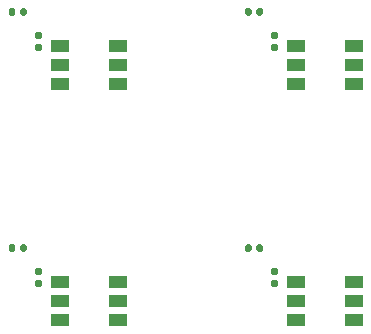
<source format=gbr>
%TF.GenerationSoftware,KiCad,Pcbnew,5.1.9+dfsg1-1~bpo10+1*%
%TF.CreationDate,2021-09-26T19:13:55+00:00*%
%TF.ProjectId,ws2813-breakout,77733238-3133-42d6-9272-65616b6f7574,rev?*%
%TF.SameCoordinates,Original*%
%TF.FileFunction,Paste,Top*%
%TF.FilePolarity,Positive*%
%FSLAX46Y46*%
G04 Gerber Fmt 4.6, Leading zero omitted, Abs format (unit mm)*
G04 Created by KiCad (PCBNEW 5.1.9+dfsg1-1~bpo10+1) date 2021-09-26 19:13:55*
%MOMM*%
%LPD*%
G01*
G04 APERTURE LIST*
%ADD10R,1.500000X1.000000*%
G04 APERTURE END LIST*
%TO.C,C101*%
G36*
G01*
X109200000Y-110670000D02*
X109200000Y-110330000D01*
G75*
G02*
X109340000Y-110190000I140000J0D01*
G01*
X109620000Y-110190000D01*
G75*
G02*
X109760000Y-110330000I0J-140000D01*
G01*
X109760000Y-110670000D01*
G75*
G02*
X109620000Y-110810000I-140000J0D01*
G01*
X109340000Y-110810000D01*
G75*
G02*
X109200000Y-110670000I0J140000D01*
G01*
G37*
G36*
G01*
X108240000Y-110670000D02*
X108240000Y-110330000D01*
G75*
G02*
X108380000Y-110190000I140000J0D01*
G01*
X108660000Y-110190000D01*
G75*
G02*
X108800000Y-110330000I0J-140000D01*
G01*
X108800000Y-110670000D01*
G75*
G02*
X108660000Y-110810000I-140000J0D01*
G01*
X108380000Y-110810000D01*
G75*
G02*
X108240000Y-110670000I0J140000D01*
G01*
G37*
%TD*%
%TO.C,C102*%
G36*
G01*
X128240000Y-110670000D02*
X128240000Y-110330000D01*
G75*
G02*
X128380000Y-110190000I140000J0D01*
G01*
X128660000Y-110190000D01*
G75*
G02*
X128800000Y-110330000I0J-140000D01*
G01*
X128800000Y-110670000D01*
G75*
G02*
X128660000Y-110810000I-140000J0D01*
G01*
X128380000Y-110810000D01*
G75*
G02*
X128240000Y-110670000I0J140000D01*
G01*
G37*
G36*
G01*
X129200000Y-110670000D02*
X129200000Y-110330000D01*
G75*
G02*
X129340000Y-110190000I140000J0D01*
G01*
X129620000Y-110190000D01*
G75*
G02*
X129760000Y-110330000I0J-140000D01*
G01*
X129760000Y-110670000D01*
G75*
G02*
X129620000Y-110810000I-140000J0D01*
G01*
X129340000Y-110810000D01*
G75*
G02*
X129200000Y-110670000I0J140000D01*
G01*
G37*
%TD*%
%TO.C,C103*%
G36*
G01*
X108240000Y-130670000D02*
X108240000Y-130330000D01*
G75*
G02*
X108380000Y-130190000I140000J0D01*
G01*
X108660000Y-130190000D01*
G75*
G02*
X108800000Y-130330000I0J-140000D01*
G01*
X108800000Y-130670000D01*
G75*
G02*
X108660000Y-130810000I-140000J0D01*
G01*
X108380000Y-130810000D01*
G75*
G02*
X108240000Y-130670000I0J140000D01*
G01*
G37*
G36*
G01*
X109200000Y-130670000D02*
X109200000Y-130330000D01*
G75*
G02*
X109340000Y-130190000I140000J0D01*
G01*
X109620000Y-130190000D01*
G75*
G02*
X109760000Y-130330000I0J-140000D01*
G01*
X109760000Y-130670000D01*
G75*
G02*
X109620000Y-130810000I-140000J0D01*
G01*
X109340000Y-130810000D01*
G75*
G02*
X109200000Y-130670000I0J140000D01*
G01*
G37*
%TD*%
%TO.C,C104*%
G36*
G01*
X129200000Y-130670000D02*
X129200000Y-130330000D01*
G75*
G02*
X129340000Y-130190000I140000J0D01*
G01*
X129620000Y-130190000D01*
G75*
G02*
X129760000Y-130330000I0J-140000D01*
G01*
X129760000Y-130670000D01*
G75*
G02*
X129620000Y-130810000I-140000J0D01*
G01*
X129340000Y-130810000D01*
G75*
G02*
X129200000Y-130670000I0J140000D01*
G01*
G37*
G36*
G01*
X128240000Y-130670000D02*
X128240000Y-130330000D01*
G75*
G02*
X128380000Y-130190000I140000J0D01*
G01*
X128660000Y-130190000D01*
G75*
G02*
X128800000Y-130330000I0J-140000D01*
G01*
X128800000Y-130670000D01*
G75*
G02*
X128660000Y-130810000I-140000J0D01*
G01*
X128380000Y-130810000D01*
G75*
G02*
X128240000Y-130670000I0J140000D01*
G01*
G37*
%TD*%
D10*
%TO.C,D101*%
X112550000Y-113400000D03*
X112550000Y-115000000D03*
X112550000Y-116600000D03*
X117450000Y-113400000D03*
X117450000Y-115000000D03*
X117450000Y-116600000D03*
%TD*%
%TO.C,D102*%
X137450000Y-116600000D03*
X137450000Y-115000000D03*
X137450000Y-113400000D03*
X132550000Y-116600000D03*
X132550000Y-115000000D03*
X132550000Y-113400000D03*
%TD*%
%TO.C,D103*%
X112550000Y-133400000D03*
X112550000Y-135000000D03*
X112550000Y-136600000D03*
X117450000Y-133400000D03*
X117450000Y-135000000D03*
X117450000Y-136600000D03*
%TD*%
%TO.C,D104*%
X137450000Y-136600000D03*
X137450000Y-135000000D03*
X137450000Y-133400000D03*
X132550000Y-136600000D03*
X132550000Y-135000000D03*
X132550000Y-133400000D03*
%TD*%
%TO.C,R101*%
G36*
G01*
X110935000Y-112760000D02*
X110565000Y-112760000D01*
G75*
G02*
X110430000Y-112625000I0J135000D01*
G01*
X110430000Y-112355000D01*
G75*
G02*
X110565000Y-112220000I135000J0D01*
G01*
X110935000Y-112220000D01*
G75*
G02*
X111070000Y-112355000I0J-135000D01*
G01*
X111070000Y-112625000D01*
G75*
G02*
X110935000Y-112760000I-135000J0D01*
G01*
G37*
G36*
G01*
X110935000Y-113780000D02*
X110565000Y-113780000D01*
G75*
G02*
X110430000Y-113645000I0J135000D01*
G01*
X110430000Y-113375000D01*
G75*
G02*
X110565000Y-113240000I135000J0D01*
G01*
X110935000Y-113240000D01*
G75*
G02*
X111070000Y-113375000I0J-135000D01*
G01*
X111070000Y-113645000D01*
G75*
G02*
X110935000Y-113780000I-135000J0D01*
G01*
G37*
%TD*%
%TO.C,R102*%
G36*
G01*
X130935000Y-112760000D02*
X130565000Y-112760000D01*
G75*
G02*
X130430000Y-112625000I0J135000D01*
G01*
X130430000Y-112355000D01*
G75*
G02*
X130565000Y-112220000I135000J0D01*
G01*
X130935000Y-112220000D01*
G75*
G02*
X131070000Y-112355000I0J-135000D01*
G01*
X131070000Y-112625000D01*
G75*
G02*
X130935000Y-112760000I-135000J0D01*
G01*
G37*
G36*
G01*
X130935000Y-113780000D02*
X130565000Y-113780000D01*
G75*
G02*
X130430000Y-113645000I0J135000D01*
G01*
X130430000Y-113375000D01*
G75*
G02*
X130565000Y-113240000I135000J0D01*
G01*
X130935000Y-113240000D01*
G75*
G02*
X131070000Y-113375000I0J-135000D01*
G01*
X131070000Y-113645000D01*
G75*
G02*
X130935000Y-113780000I-135000J0D01*
G01*
G37*
%TD*%
%TO.C,R103*%
G36*
G01*
X110935000Y-133780000D02*
X110565000Y-133780000D01*
G75*
G02*
X110430000Y-133645000I0J135000D01*
G01*
X110430000Y-133375000D01*
G75*
G02*
X110565000Y-133240000I135000J0D01*
G01*
X110935000Y-133240000D01*
G75*
G02*
X111070000Y-133375000I0J-135000D01*
G01*
X111070000Y-133645000D01*
G75*
G02*
X110935000Y-133780000I-135000J0D01*
G01*
G37*
G36*
G01*
X110935000Y-132760000D02*
X110565000Y-132760000D01*
G75*
G02*
X110430000Y-132625000I0J135000D01*
G01*
X110430000Y-132355000D01*
G75*
G02*
X110565000Y-132220000I135000J0D01*
G01*
X110935000Y-132220000D01*
G75*
G02*
X111070000Y-132355000I0J-135000D01*
G01*
X111070000Y-132625000D01*
G75*
G02*
X110935000Y-132760000I-135000J0D01*
G01*
G37*
%TD*%
%TO.C,R104*%
G36*
G01*
X130935000Y-133780000D02*
X130565000Y-133780000D01*
G75*
G02*
X130430000Y-133645000I0J135000D01*
G01*
X130430000Y-133375000D01*
G75*
G02*
X130565000Y-133240000I135000J0D01*
G01*
X130935000Y-133240000D01*
G75*
G02*
X131070000Y-133375000I0J-135000D01*
G01*
X131070000Y-133645000D01*
G75*
G02*
X130935000Y-133780000I-135000J0D01*
G01*
G37*
G36*
G01*
X130935000Y-132760000D02*
X130565000Y-132760000D01*
G75*
G02*
X130430000Y-132625000I0J135000D01*
G01*
X130430000Y-132355000D01*
G75*
G02*
X130565000Y-132220000I135000J0D01*
G01*
X130935000Y-132220000D01*
G75*
G02*
X131070000Y-132355000I0J-135000D01*
G01*
X131070000Y-132625000D01*
G75*
G02*
X130935000Y-132760000I-135000J0D01*
G01*
G37*
%TD*%
M02*

</source>
